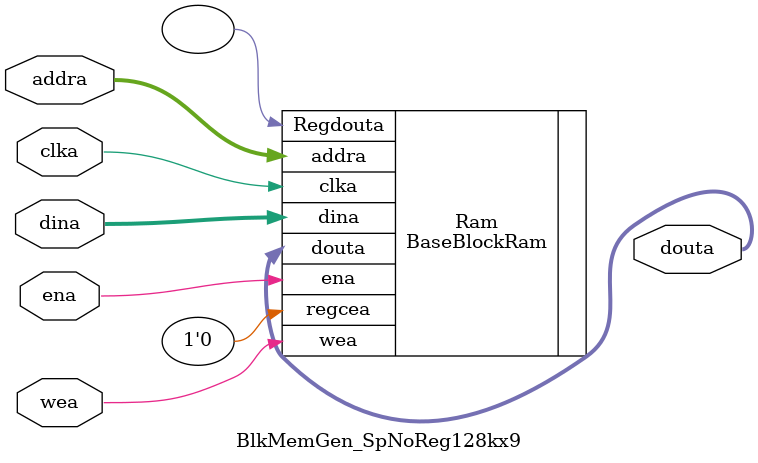
<source format=v>
/*
	BlkMemGen_SpNoReg4kx9.v: Behavior version of block RAM

		  Ted Rossin 9-22-2024
	  		     9-22-2024 

     Note: This is modeling the default WRITE_FIRST or Transparent mode.
*/

`timescale 1ns / 1ps

module BlkMemGen_SpNoReg128kx9 (
     input clka
    ,input ena

    ,input wea
    ,input[16:0] addra
    ,input[8:0] dina
    ,output[8:0] douta
);

    BaseBlockRam #(.AddrWidth(17),.DataWidth(9)) Ram(
	 .clka(clka)
    	,.ena(ena)
	,.wea(wea)
	,.regcea(1'b0)
	,.addra(addra)
	,.dina(dina)
	,.douta(douta)
	,.Regdouta()
    );

endmodule

</source>
